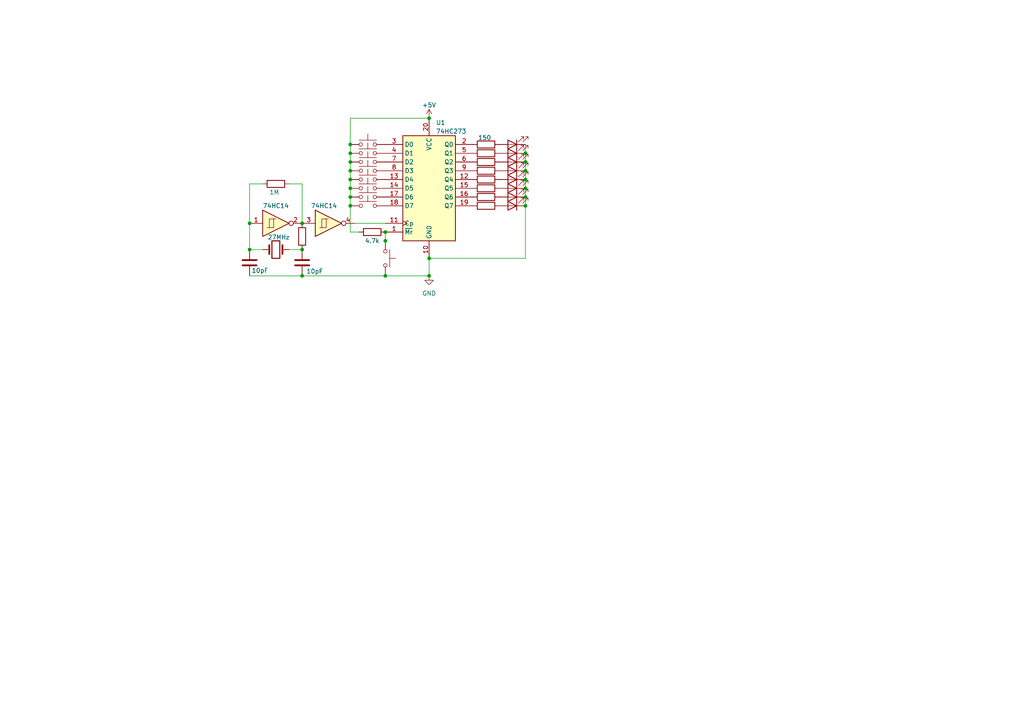
<source format=kicad_sch>
(kicad_sch (version 20230121) (generator eeschema)
  (paper "A4")
  (lib_symbols
    (symbol "74xx:74HC14" (pin_names (offset 1.016))
      (property "Reference" "U" (at 0 1.27 0))
      (property "Value" "74HC14" (at 0 -1.27 0))
      (symbol "74HC14_1_0"
        (polyline (pts (xy -3.81 3.81) (xy -3.81 -3.81) (xy 3.81 0) (xy -3.81 3.81)) (stroke (width 0.254)) (fill (type background)))
        (pin input line (at -7.62 0 0) (length 3.81) (name "~") (number "1"))
        (pin output inverted (at 7.62 0 180) (length 3.81) (name "~") (number "2"))
      )
      (symbol "74HC14_1_1"
        (polyline (pts (xy -1.905 -1.27) (xy -1.905 1.27) (xy -0.635 1.27)))
        (polyline (pts (xy -2.54 -1.27) (xy -0.635 -1.27) (xy -0.635 1.27) (xy 0 1.27)))
      )
      (symbol "74HC14_2_0"
        (polyline (pts (xy -3.81 3.81) (xy -3.81 -3.81) (xy 3.81 0) (xy -3.81 3.81)) (stroke (width 0.254)) (fill (type background)))
        (pin input line (at -7.62 0 0) (length 3.81) (name "~") (number "3"))
        (pin output inverted (at 7.62 0 180) (length 3.81) (name "~") (number "4"))
      )
      (symbol "74HC14_2_1"
        (polyline (pts (xy -1.905 -1.27) (xy -1.905 1.27) (xy -0.635 1.27)))
        (polyline (pts (xy -2.54 -1.27) (xy -0.635 -1.27) (xy -0.635 1.27) (xy 0 1.27)))
      )
      (symbol "74HC14_3_0"
        (polyline (pts (xy -3.81 3.81) (xy -3.81 -3.81) (xy 3.81 0) (xy -3.81 3.81)) (stroke (width 0.254)) (fill (type background)))
        (pin input line (at -7.62 0 0) (length 3.81) (name "~") (number "5"))
        (pin output inverted (at 7.62 0 180) (length 3.81) (name "~") (number "6"))
      )
      (symbol "74HC14_3_1"
        (polyline (pts (xy -1.905 -1.27) (xy -1.905 1.27) (xy -0.635 1.27)))
        (polyline (pts (xy -2.54 -1.27) (xy -0.635 -1.27) (xy -0.635 1.27) (xy 0 1.27)))
      )
      (symbol "74HC14_4_0"
        (polyline (pts (xy -3.81 3.81) (xy -3.81 -3.81) (xy 3.81 0) (xy -3.81 3.81)) (stroke (width 0.254)) (fill (type background)))
        (pin output inverted (at 7.62 0 180) (length 3.81) (name "~") (number "8"))
        (pin input line (at -7.62 0 0) (length 3.81) (name "~") (number "9"))
      )
      (symbol "74HC14_4_1"
        (polyline (pts (xy -1.905 -1.27) (xy -1.905 1.27) (xy -0.635 1.27)))
        (polyline (pts (xy -2.54 -1.27) (xy -0.635 -1.27) (xy -0.635 1.27) (xy 0 1.27)))
      )
      (symbol "74HC14_5_0"
        (polyline (pts (xy -3.81 3.81) (xy -3.81 -3.81) (xy 3.81 0) (xy -3.81 3.81)) (stroke (width 0.254)) (fill (type background)))
        (pin output inverted (at 7.62 0 180) (length 3.81) (name "~") (number "10"))
        (pin input line (at -7.62 0 0) (length 3.81) (name "~") (number "11"))
      )
      (symbol "74HC14_5_1"
        (polyline (pts (xy -1.905 -1.27) (xy -1.905 1.27) (xy -0.635 1.27)))
        (polyline (pts (xy -2.54 -1.27) (xy -0.635 -1.27) (xy -0.635 1.27) (xy 0 1.27)))
      )
      (symbol "74HC14_6_0"
        (polyline (pts (xy -3.81 3.81) (xy -3.81 -3.81) (xy 3.81 0) (xy -3.81 3.81)) (stroke (width 0.254)) (fill (type background)))
        (pin output inverted (at 7.62 0 180) (length 3.81) (name "~") (number "12"))
        (pin input line (at -7.62 0 0) (length 3.81) (name "~") (number "13"))
      )
      (symbol "74HC14_6_1"
        (polyline (pts (xy -1.905 -1.27) (xy -1.905 1.27) (xy -0.635 1.27)))
        (polyline (pts (xy -2.54 -1.27) (xy -0.635 -1.27) (xy -0.635 1.27) (xy 0 1.27)))
      )
      (symbol "74HC14_7_0"
        (pin power_in line (at 0 12.7 270) (length 5.08) (name "VCC") (number "14"))
        (pin power_in line (at 0 -12.7 90) (length 5.08) (name "GND") (number "7"))
      )
      (symbol "74HC14_7_1"
        (rectangle (start -5.08 7.62) (end 5.08 -7.62) (stroke (width 0.254)) (fill (type background)))
      )
    )
    (symbol "74xx:74HC273"
      (property "Reference" "U" (at -7.62 16.51 0))
      (property "Value" "74HC273" (at -7.62 -16.51 0))
      (symbol "74HC273_1_0"
        (pin input line (at -12.7 -12.7 0) (length 5.08) (name "~{Mr}") (number "1"))
        (pin power_in line (at 0 -20.32 90) (length 5.08) (name "GND") (number "10"))
        (pin input clock (at -12.7 -10.16 0) (length 5.08) (name "Cp") (number "11"))
        (pin output line (at 12.7 2.54 180) (length 5.08) (name "Q4") (number "12"))
        (pin input line (at -12.7 2.54 0) (length 5.08) (name "D4") (number "13"))
        (pin input line (at -12.7 0 0) (length 5.08) (name "D5") (number "14"))
        (pin output line (at 12.7 0 180) (length 5.08) (name "Q5") (number "15"))
        (pin output line (at 12.7 -2.54 180) (length 5.08) (name "Q6") (number "16"))
        (pin input line (at -12.7 -2.54 0) (length 5.08) (name "D6") (number "17"))
        (pin input line (at -12.7 -5.08 0) (length 5.08) (name "D7") (number "18"))
        (pin output line (at 12.7 -5.08 180) (length 5.08) (name "Q7") (number "19"))
        (pin output line (at 12.7 12.7 180) (length 5.08) (name "Q0") (number "2"))
        (pin power_in line (at 0 20.32 270) (length 5.08) (name "VCC") (number "20"))
        (pin input line (at -12.7 12.7 0) (length 5.08) (name "D0") (number "3"))
        (pin input line (at -12.7 10.16 0) (length 5.08) (name "D1") (number "4"))
        (pin output line (at 12.7 10.16 180) (length 5.08) (name "Q1") (number "5"))
        (pin output line (at 12.7 7.62 180) (length 5.08) (name "Q2") (number "6"))
        (pin input line (at -12.7 7.62 0) (length 5.08) (name "D2") (number "7"))
        (pin input line (at -12.7 5.08 0) (length 5.08) (name "D3") (number "8"))
        (pin output line (at 12.7 5.08 180) (length 5.08) (name "Q3") (number "9"))
      )
      (symbol "74HC273_1_1"
        (rectangle (start -7.62 15.24) (end 7.62 -15.24) (stroke (width 0.254)) (fill (type background)))
      )
    )
    (symbol "Device:C" (pin_numbers hide) (pin_names (offset 0.254))
      (property "Reference" "C" (at 0.635 2.54 0))
      (property "Value" "C" (at 0.635 -2.54 0))
      (symbol "C_0_1"
        (polyline (pts (xy -2.032 -0.762) (xy 2.032 -0.762)) (stroke (width 0.508)))
        (polyline (pts (xy -2.032 0.762) (xy 2.032 0.762)) (stroke (width 0.508)))
      )
      (symbol "C_1_1"
        (pin passive line (at 0 3.81 270) (length 2.794) (name "~") (number "1"))
        (pin passive line (at 0 -3.81 90) (length 2.794) (name "~") (number "2"))
      )
    )
    (symbol "Device:Crystal" (pin_numbers hide) (pin_names (offset 1.016) hide)
      (property "Reference" "Y" (at 0 3.81 0))
      (property "Value" "Crystal" (at 0 -3.81 0))
      (symbol "Crystal_0_1"
        (rectangle (start -1.143 2.54) (end 1.143 -2.54) (stroke (width 0.3048)))
        (polyline (pts (xy -2.54 0) (xy -1.905 0)))
        (polyline (pts (xy -1.905 -1.27) (xy -1.905 1.27)) (stroke (width 0.508)))
        (polyline (pts (xy 1.905 -1.27) (xy 1.905 1.27)) (stroke (width 0.508)))
        (polyline (pts (xy 2.54 0) (xy 1.905 0)))
      )
      (symbol "Crystal_1_1"
        (pin passive line (at -3.81 0 0) (length 1.27) (name "1") (number "1"))
        (pin passive line (at 3.81 0 180) (length 1.27) (name "2") (number "2"))
      )
    )
    (symbol "Device:LED" (pin_numbers hide) (pin_names (offset 1.016) hide)
      (property "Reference" "D" (at 0 2.54 0))
      (property "Value" "LED" (at 0 -2.54 0))
      (symbol "LED_0_1"
        (polyline (pts (xy -1.27 -1.27) (xy -1.27 1.27)) (stroke (width 0.254)))
        (polyline (pts (xy -1.27 0) (xy 1.27 0)))
        (polyline (pts (xy 1.27 -1.27) (xy 1.27 1.27) (xy -1.27 0) (xy 1.27 -1.27)) (stroke (width 0.254)))
        (polyline (pts (xy -3.048 -0.762) (xy -4.572 -2.286) (xy -3.81 -2.286) (xy -4.572 -2.286) (xy -4.572 -1.524)))
        (polyline (pts (xy -1.778 -0.762) (xy -3.302 -2.286) (xy -2.54 -2.286) (xy -3.302 -2.286) (xy -3.302 -1.524)))
      )
      (symbol "LED_1_1"
        (pin passive line (at -3.81 0 0) (length 2.54) (name "K") (number "1"))
        (pin passive line (at 3.81 0 180) (length 2.54) (name "A") (number "2"))
      )
    )
    (symbol "Device:R" (pin_numbers hide) (pin_names (offset 0))
      (property "Reference" "R" (at 2.032 0 90))
      (property "Value" "R" (at 0 0 90))
      (symbol "R_0_1"
        (rectangle (start -1.016 -2.54) (end 1.016 2.54) (stroke (width 0.254)))
      )
      (symbol "R_1_1"
        (pin passive line (at 0 3.81 270) (length 1.27) (name "~") (number "1"))
        (pin passive line (at 0 -3.81 90) (length 1.27) (name "~") (number "2"))
      )
    )
    (symbol "Switch:SW_MEC_5G" (pin_numbers hide) (pin_names (offset 1.016) hide)
      (property "Reference" "SW" (at 1.27 2.54 0))
      (property "Value" "SW_MEC_5G" (at 0 -1.524 0))
      (symbol "SW_MEC_5G_0_1"
        (circle (center -2.032 0) (radius 0.508))
        (polyline (pts (xy 0 1.27) (xy 0 3.048)))
        (polyline (pts (xy 2.54 1.27) (xy -2.54 1.27)))
        (circle (center 2.032 0) (radius 0.508))
        (pin passive line (at -5.08 0 0) (length 2.54) (name "A") (number "1"))
        (pin passive line (at 5.08 0 180) (length 2.54) (name "B") (number "3"))
      )
      (symbol "SW_MEC_5G_1_1"
        (pin passive line (at -5.08 0 0) (length 2.54) hide (name "A") (number "2"))
        (pin passive line (at 5.08 0 180) (length 2.54) hide (name "B") (number "4"))
      )
    )
    (symbol "power:+5V" (power) (pin_names (offset 0))
      (property "Value" "+5V" (at 0 3.556 0))
      (symbol "+5V_0_1"
        (polyline (pts (xy -0.762 1.27) (xy 0 2.54)))
        (polyline (pts (xy 0 0) (xy 0 2.54)))
        (polyline (pts (xy 0 2.54) (xy 0.762 1.27)))
      )
      (symbol "+5V_1_1"
        (pin power_in line (at 0 0 90) (length 0) hide (name "+5V") (number "1"))
      )
    )
    (symbol "power:GND" (power) (pin_names (offset 0))
      (property "Value" "GND" (at 0 -3.81 0))
      (symbol "GND_0_1"
        (polyline (pts (xy 0 0) (xy 0 -1.27) (xy 1.27 -1.27) (xy 0 -2.54) (xy -1.27 -1.27) (xy 0 -1.27)))
      )
      (symbol "GND_1_1"
        (pin power_in line (at 0 0 270) (length 0) hide (name "GND") (number "1"))
      )
    )
  )
  (junction (at 101.6 46.99))
  (junction (at 124.46 34.29))
  (junction (at 72.39 64.77))
  (junction (at 101.6 52.07))
  (junction (at 152.4 52.07))
  (junction (at 101.6 49.53))
  (junction (at 124.46 80.01))
  (junction (at 87.63 64.77))
  (junction (at 124.46 74.93))
  (junction (at 152.4 46.99))
  (junction (at 101.6 44.45))
  (junction (at 101.6 59.69))
  (junction (at 72.39 72.39))
  (junction (at 152.4 57.15))
  (junction (at 87.63 72.39))
  (junction (at 87.63 80.01))
  (junction (at 111.76 80.01))
  (junction (at 101.6 54.61))
  (junction (at 152.4 59.69))
  (junction (at 152.4 49.53))
  (junction (at 111.76 67.31))
  (junction (at 152.4 54.61))
  (junction (at 101.6 57.15))
  (junction (at 101.6 41.91))
  (junction (at 152.4 44.45))
  (junction (at 111.76 69.85))
  (wire (pts (xy 72.39 53.34) (xy 72.39 64.77)))
  (wire (pts (xy 152.4 57.15) (xy 152.4 59.69)))
  (wire (pts (xy 101.6 46.99) (xy 101.6 49.53)))
  (wire (pts (xy 101.6 41.91) (xy 101.6 44.45)))
  (wire (pts (xy 72.39 80.01) (xy 87.63 80.01)))
  (wire (pts (xy 87.63 53.34) (xy 87.63 64.77)))
  (wire (pts (xy 152.4 52.07) (xy 152.4 54.61)))
  (wire (pts (xy 72.39 64.77) (xy 72.39 72.39)))
  (wire (pts (xy 124.46 80.01) (xy 124.46 74.93)))
  (wire (pts (xy 152.4 41.91) (xy 152.4 44.45)))
  (wire (pts (xy 101.6 44.45) (xy 101.6 46.99)))
  (wire (pts (xy 76.2 53.34) (xy 72.39 53.34)))
  (wire (pts (xy 101.6 57.15) (xy 101.6 59.69)))
  (wire (pts (xy 111.76 67.31) (xy 111.76 69.85)))
  (wire (pts (xy 101.6 34.29) (xy 124.46 34.29)))
  (wire (pts (xy 83.82 53.34) (xy 87.63 53.34)))
  (wire (pts (xy 87.63 80.01) (xy 111.76 80.01)))
  (wire (pts (xy 101.6 49.53) (xy 101.6 52.07)))
  (wire (pts (xy 83.82 72.39) (xy 87.63 72.39)))
  (wire (pts (xy 111.76 80.01) (xy 124.46 80.01)))
  (wire (pts (xy 101.6 54.61) (xy 101.6 57.15)))
  (wire (pts (xy 101.6 67.31) (xy 104.14 67.31)))
  (wire (pts (xy 101.6 52.07) (xy 101.6 54.61)))
  (wire (pts (xy 152.4 44.45) (xy 152.4 46.99)))
  (wire (pts (xy 102.87 64.77) (xy 111.76 64.77)))
  (wire (pts (xy 152.4 59.69) (xy 152.4 74.93)))
  (wire (pts (xy 111.76 72.39) (xy 111.76 69.85)))
  (wire (pts (xy 101.6 59.69) (xy 101.6 67.31)))
  (wire (pts (xy 72.39 72.39) (xy 76.2 72.39)))
  (wire (pts (xy 152.4 54.61) (xy 152.4 57.15)))
  (wire (pts (xy 152.4 49.53) (xy 152.4 52.07)))
  (wire (pts (xy 124.46 74.93) (xy 152.4 74.93)))
  (wire (pts (xy 152.4 46.99) (xy 152.4 49.53)))
  (wire (pts (xy 101.6 41.91) (xy 101.6 34.29)))
  (symbol (lib_id "74xx:74HC273") (at 124.46 54.61 0) (unit 1)
    (property "Reference" "U1" (at 126.4159 35.56 0) (effects (justify left)))
    (property "Value" "74HC273" (at 126.4159 38.1 0) (effects (justify left)))
    (property "Datasheet" "https://assets.nexperia.com/documents/data-sheet/74HC_HCT273.pdf" (effects hide))
  )
  (symbol (lib_id "Device:R") (at 140.97 41.91 90) (unit 1)
    (property "Reference" "R1" (effects hide))
    (property "Value" "150" (at 140.5547 39.9317 90))
  )
  (symbol (lib_id "Device:LED") (at 148.59 46.99 180) (unit 1)
    (property "Reference" "D3" (effects hide))
    (property "Value" "LED" (effects hide))
  )
  (symbol (lib_id "power:+5V") (at 124.46 34.29 0) (unit 1)
    (property "Reference" "#PWR02" (effects hide))
    (property "Value" "+5V" (at 124.46 30.48 0))
  )
  (symbol (lib_id "Device:LED") (at 148.59 52.07 180) (unit 1)
    (property "Reference" "D5" (effects hide))
    (property "Value" "LED" (effects hide))
  )
  (symbol (lib_id "Switch:SW_MEC_5G") (at 106.68 49.53 0) (unit 1)
    (property "Reference" "SW8" (effects hide))
    (property "Value" "SW_MEC_5G" (effects hide))
    (property "Datasheet" "http://www.apem.com/int/index.php?controller=attachment&id_attachment=488" (effects hide))
  )
  (symbol (lib_id "Switch:SW_MEC_5G") (at 106.68 59.69 0) (unit 1)
    (property "Reference" "SW7" (effects hide))
    (property "Value" "SW_MEC_5G" (effects hide))
    (property "Datasheet" "http://www.apem.com/int/index.php?controller=attachment&id_attachment=488" (effects hide))
  )
  (symbol (lib_id "Device:LED") (at 148.59 44.45 180) (unit 1)
    (property "Reference" "D2" (effects hide))
    (property "Value" "LED" (effects hide))
  )
  (symbol (lib_id "Device:LED") (at 148.59 54.61 180) (unit 1)
    (property "Reference" "D6" (effects hide))
    (property "Value" "LED" (effects hide))
  )
  (symbol (lib_id "Device:R") (at 80.01 53.34 270) (unit 1)
    (property "Reference" "R11" (effects hide))
    (property "Value" "1M" (at 79.5638 55.7697 90))
  )
  (symbol (lib_id "Device:R") (at 140.97 46.99 90) (unit 1)
    (property "Reference" "R3" (effects hide))
    (property "Value" "R" (effects hide))
  )
  (symbol (lib_id "Device:R") (at 107.95 67.31 90) (unit 1)
    (property "Reference" "R9" (effects hide))
    (property "Value" "4.7k" (at 107.95 69.85 90))
  )
  (symbol (lib_id "74xx:74HC14") (at 80.01 64.77 0) (unit 1)
    (property "Reference" "U2" (effects hide))
    (property "Value" "74HC14" (at 80.01 59.69 0))
    (property "Datasheet" "http://www.ti.com/lit/gpn/sn74HC14" (effects hide))
  )
  (symbol (lib_id "Device:LED") (at 148.59 59.69 180) (unit 1)
    (property "Reference" "D8" (effects hide))
    (property "Value" "LED" (effects hide))
  )
  (symbol (lib_id "Device:R") (at 140.97 54.61 90) (unit 1)
    (property "Reference" "R6" (effects hide))
    (property "Value" "R" (effects hide))
  )
  (symbol (lib_id "Device:R") (at 140.97 44.45 90) (unit 1)
    (property "Reference" "R2" (effects hide))
    (property "Value" "R" (effects hide))
  )
  (symbol (lib_id "Device:R") (at 140.97 49.53 90) (unit 1)
    (property "Reference" "R4" (effects hide))
    (property "Value" "R" (effects hide))
  )
  (symbol (lib_id "74xx:74HC14") (at 95.25 64.77 0) (unit 2)
    (property "Reference" "U2" (effects hide))
    (property "Value" "74HC14" (at 93.98 59.69 0))
    (property "Datasheet" "http://www.ti.com/lit/gpn/sn74HC14" (effects hide))
  )
  (symbol (lib_id "Device:Crystal") (at 80.01 72.39 180) (unit 1)
    (property "Reference" "Y1" (effects hide))
    (property "Value" "27MHz" (at 80.8371 68.8022 0))
  )
  (symbol (lib_id "Device:LED") (at 148.59 49.53 180) (unit 1)
    (property "Reference" "D4" (effects hide))
    (property "Value" "LED" (effects hide))
  )
  (symbol (lib_id "Device:C") (at 72.39 76.2 0) (unit 1)
    (property "Reference" "C2" (effects hide))
    (property "Value" "10pF" (at 72.9727 78.4643 0) (effects (justify left)))
  )
  (symbol (lib_id "Device:R") (at 140.97 57.15 90) (unit 1)
    (property "Reference" "R7" (effects hide))
    (property "Value" "R" (effects hide))
  )
  (symbol (lib_id "Switch:SW_MEC_5G") (at 106.68 46.99 0) (unit 1)
    (property "Reference" "SW4" (effects hide))
    (property "Value" "SW_MEC_5G" (effects hide))
    (property "Datasheet" "http://www.apem.com/int/index.php?controller=attachment&id_attachment=488" (effects hide))
  )
  (symbol (lib_id "Device:LED") (at 148.59 41.91 180) (unit 1)
    (property "Reference" "D1" (effects hide))
    (property "Value" "LED" (effects hide))
  )
  (symbol (lib_id "Switch:SW_MEC_5G") (at 106.68 44.45 0) (unit 1)
    (property "Reference" "SW3" (effects hide))
    (property "Value" "SW_MEC_5G" (effects hide))
    (property "Datasheet" "http://www.apem.com/int/index.php?controller=attachment&id_attachment=488" (effects hide))
  )
  (symbol (lib_id "power:GND") (at 124.46 80.01 0) (unit 1)
    (property "Reference" "#PWR01" (effects hide))
    (property "Value" "GND" (at 124.46 85.09 0))
  )
  (symbol (lib_id "Device:C") (at 87.63 76.2 0) (unit 1)
    (property "Reference" "C1" (effects hide))
    (property "Value" "10pF" (at 88.8514 78.689 0) (effects (justify left)))
  )
  (symbol (lib_id "Switch:SW_MEC_5G") (at 106.68 57.15 0) (unit 1)
    (property "Reference" "SW6" (effects hide))
    (property "Value" "SW_MEC_5G" (effects hide))
    (property "Datasheet" "http://www.apem.com/int/index.php?controller=attachment&id_attachment=488" (effects hide))
  )
  (symbol (lib_id "Device:LED") (at 148.59 57.15 180) (unit 1)
    (property "Reference" "D7" (effects hide))
    (property "Value" "LED" (effects hide))
  )
  (symbol (lib_id "Switch:SW_MEC_5G") (at 106.68 41.91 0) (unit 1)
    (property "Reference" "SW2" (effects hide))
    (property "Value" "SW_MEC_5G" (effects hide))
    (property "Datasheet" "http://www.apem.com/int/index.php?controller=attachment&id_attachment=488" (effects hide))
  )
  (symbol (lib_id "Device:R") (at 87.63 68.58 180) (unit 1)
    (property "Reference" "R10" (effects hide))
    (property "Value" "R" (effects hide))
  )
  (symbol (lib_id "Device:R") (at 140.97 59.69 90) (unit 1)
    (property "Reference" "R8" (effects hide))
    (property "Value" "R" (effects hide))
  )
  (symbol (lib_id "Switch:SW_MEC_5G") (at 106.68 54.61 0) (unit 1)
    (property "Reference" "SW5" (effects hide))
    (property "Value" "SW_MEC_5G" (effects hide))
    (property "Datasheet" "http://www.apem.com/int/index.php?controller=attachment&id_attachment=488" (effects hide))
  )
  (symbol (lib_id "Device:R") (at 140.97 52.07 90) (unit 1)
    (property "Reference" "R5" (effects hide))
    (property "Value" "R" (effects hide))
  )
  (symbol (lib_id "Switch:SW_MEC_5G") (at 111.76 74.93 270) (unit 1)
    (property "Reference" "SW9" (effects hide))
    (property "Value" "SW_MEC_5G" (effects hide))
    (property "Datasheet" "http://www.apem.com/int/index.php?controller=attachment&id_attachment=488" (effects hide))
  )
  (symbol (lib_id "Switch:SW_MEC_5G") (at 106.68 52.07 0) (unit 1)
    (property "Reference" "SW1" (effects hide))
    (property "Value" "SW_MEC_5G" (effects hide))
    (property "Datasheet" "http://www.apem.com/int/index.php?controller=attachment&id_attachment=488" (effects hide))
  )
)
</source>
